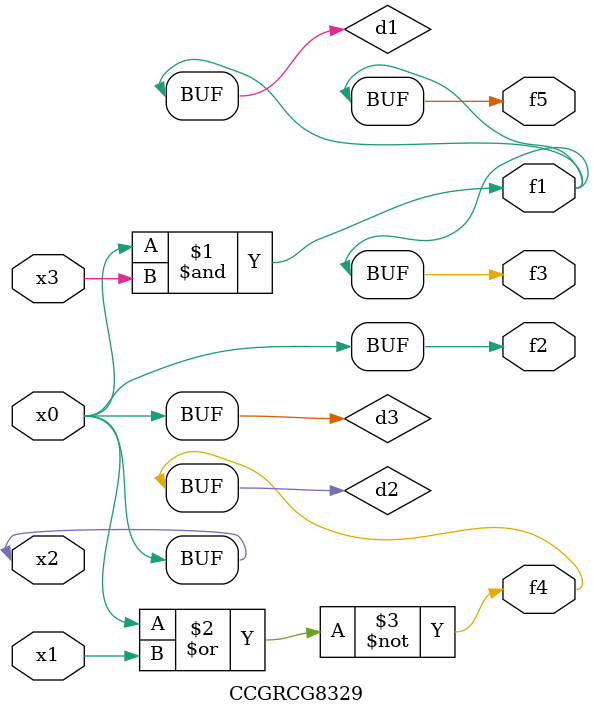
<source format=v>
module CCGRCG8329(
	input x0, x1, x2, x3,
	output f1, f2, f3, f4, f5
);

	wire d1, d2, d3;

	and (d1, x2, x3);
	nor (d2, x0, x1);
	buf (d3, x0, x2);
	assign f1 = d1;
	assign f2 = d3;
	assign f3 = d1;
	assign f4 = d2;
	assign f5 = d1;
endmodule

</source>
